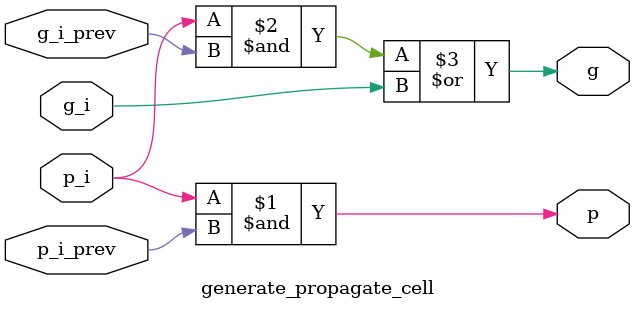
<source format=v>
module generate_propagate_cell
    (
        input p_i,
        input g_i,
        input p_i_prev,
        input g_i_prev,
        output p,
        output g
    );
    
    assign p = p_i & p_i_prev;
    assign g = (p_i & g_i_prev) | g_i;
    
endmodule
</source>
